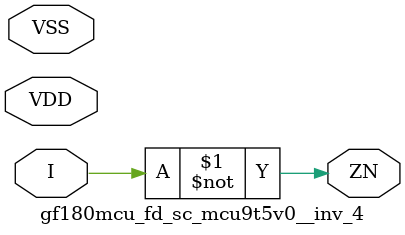
<source format=v>

module gf180mcu_fd_sc_mcu9t5v0__inv_4( I, ZN, VDD, VSS );
input I;
inout VDD, VSS;
output ZN;

	not MGM_BG_0( ZN, I );

endmodule

</source>
